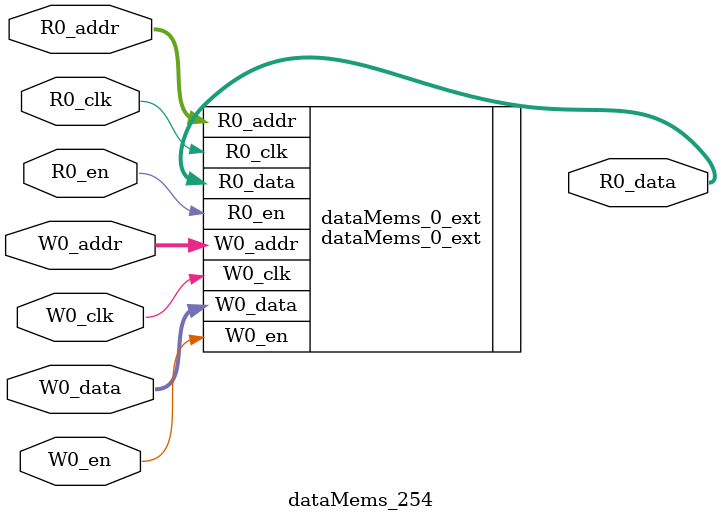
<source format=sv>
`ifndef RANDOMIZE
  `ifdef RANDOMIZE_REG_INIT
    `define RANDOMIZE
  `endif // RANDOMIZE_REG_INIT
`endif // not def RANDOMIZE
`ifndef RANDOMIZE
  `ifdef RANDOMIZE_MEM_INIT
    `define RANDOMIZE
  `endif // RANDOMIZE_MEM_INIT
`endif // not def RANDOMIZE

`ifndef RANDOM
  `define RANDOM $random
`endif // not def RANDOM

// Users can define 'PRINTF_COND' to add an extra gate to prints.
`ifndef PRINTF_COND_
  `ifdef PRINTF_COND
    `define PRINTF_COND_ (`PRINTF_COND)
  `else  // PRINTF_COND
    `define PRINTF_COND_ 1
  `endif // PRINTF_COND
`endif // not def PRINTF_COND_

// Users can define 'ASSERT_VERBOSE_COND' to add an extra gate to assert error printing.
`ifndef ASSERT_VERBOSE_COND_
  `ifdef ASSERT_VERBOSE_COND
    `define ASSERT_VERBOSE_COND_ (`ASSERT_VERBOSE_COND)
  `else  // ASSERT_VERBOSE_COND
    `define ASSERT_VERBOSE_COND_ 1
  `endif // ASSERT_VERBOSE_COND
`endif // not def ASSERT_VERBOSE_COND_

// Users can define 'STOP_COND' to add an extra gate to stop conditions.
`ifndef STOP_COND_
  `ifdef STOP_COND
    `define STOP_COND_ (`STOP_COND)
  `else  // STOP_COND
    `define STOP_COND_ 1
  `endif // STOP_COND
`endif // not def STOP_COND_

// Users can define INIT_RANDOM as general code that gets injected into the
// initializer block for modules with registers.
`ifndef INIT_RANDOM
  `define INIT_RANDOM
`endif // not def INIT_RANDOM

// If using random initialization, you can also define RANDOMIZE_DELAY to
// customize the delay used, otherwise 0.002 is used.
`ifndef RANDOMIZE_DELAY
  `define RANDOMIZE_DELAY 0.002
`endif // not def RANDOMIZE_DELAY

// Define INIT_RANDOM_PROLOG_ for use in our modules below.
`ifndef INIT_RANDOM_PROLOG_
  `ifdef RANDOMIZE
    `ifdef VERILATOR
      `define INIT_RANDOM_PROLOG_ `INIT_RANDOM
    `else  // VERILATOR
      `define INIT_RANDOM_PROLOG_ `INIT_RANDOM #`RANDOMIZE_DELAY begin end
    `endif // VERILATOR
  `else  // RANDOMIZE
    `define INIT_RANDOM_PROLOG_
  `endif // RANDOMIZE
`endif // not def INIT_RANDOM_PROLOG_

// Include register initializers in init blocks unless synthesis is set
`ifndef SYNTHESIS
  `ifndef ENABLE_INITIAL_REG_
    `define ENABLE_INITIAL_REG_
  `endif // not def ENABLE_INITIAL_REG_
`endif // not def SYNTHESIS

// Include rmemory initializers in init blocks unless synthesis is set
`ifndef SYNTHESIS
  `ifndef ENABLE_INITIAL_MEM_
    `define ENABLE_INITIAL_MEM_
  `endif // not def ENABLE_INITIAL_MEM_
`endif // not def SYNTHESIS

module dataMems_254(	// @[generators/ara/src/main/scala/UnsafeAXI4ToTL.scala:365:62]
  input  [4:0]  R0_addr,
  input         R0_en,
  input         R0_clk,
  output [66:0] R0_data,
  input  [4:0]  W0_addr,
  input         W0_en,
  input         W0_clk,
  input  [66:0] W0_data
);

  dataMems_0_ext dataMems_0_ext (	// @[generators/ara/src/main/scala/UnsafeAXI4ToTL.scala:365:62]
    .R0_addr (R0_addr),
    .R0_en   (R0_en),
    .R0_clk  (R0_clk),
    .R0_data (R0_data),
    .W0_addr (W0_addr),
    .W0_en   (W0_en),
    .W0_clk  (W0_clk),
    .W0_data (W0_data)
  );
endmodule


</source>
